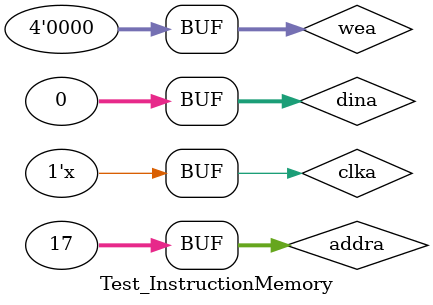
<source format=v>
`timescale 1ns / 1ps


module Test_InstructionMemory;

	// Inputs
	reg clka;
	reg [3:0] wea;
	reg [31:0] addra;
	reg [31:0] dina;

	// Outputs
	wire [31:0] douta;

	// Instantiate the Unit Under Test (UUT)
	InstructionMemory uut (
		.clka(clka), 
		.wea(wea), 
		.addra(addra), 
		.dina(dina), 
		.douta(douta)
	);

	initial begin
		// Initialize Inputs
		clka = 0;
		wea = 0;
		addra = 0;
		dina = 0;

		// Wait 100 ns for global reset to finish
		#100;
		addra = 1;
		#100;
		addra = 2;
		#100;
		addra = 3;
		#100;
		addra = 4;
		#100;
		addra = 5;
		#100;
		addra = 6;
		#100;
		addra = 7;
		#100;
		addra = 8;
		#100;
		addra = 9;
		#100;
		addra = 10;
		#100;
		addra = 11;
		#100;
		addra = 12;
		#100;
		addra = 13;
		#100;
		addra = 14;
		#100;
		addra = 15;
		#100;
		addra = 16;
		#100;
		addra = 17;

		// Add stimulus here

	end
      always #50 clka = !clka;      
endmodule


</source>
